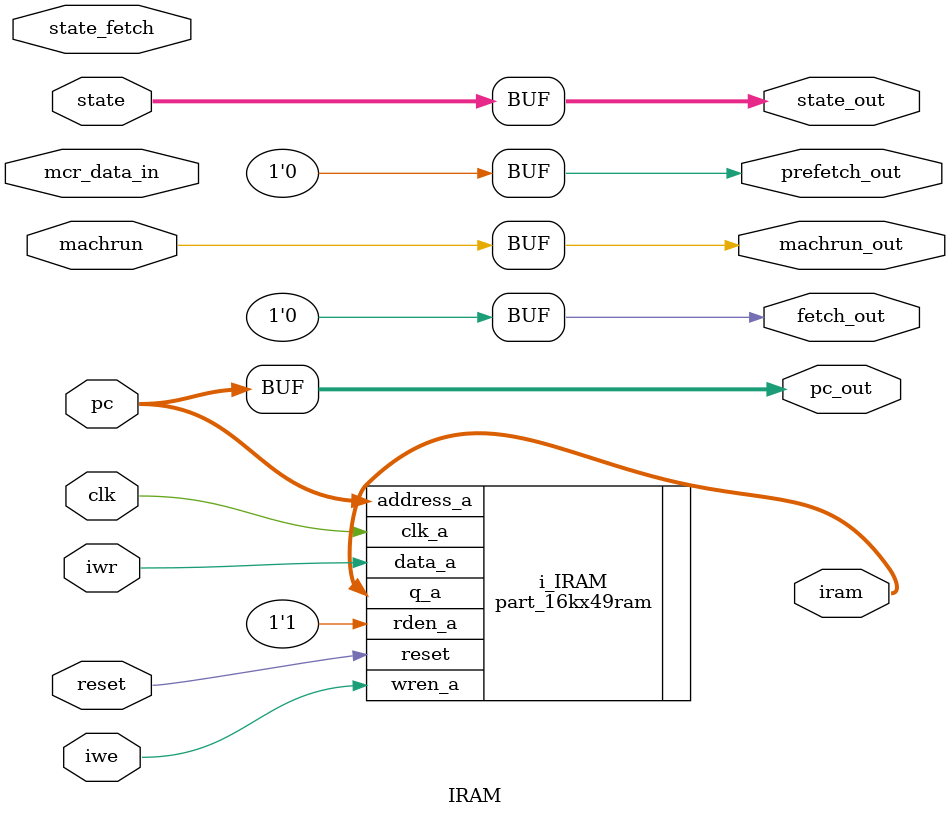
<source format=v>
module IRAM(clk, reset, pc, pc_out, state_out, iwr, iwe, iram, fetch_out, prefetch_out, machrun_out, mcr_data_in, state_fetch, machrun, state);

   input clk;
   input reset;

   input [13:0] pc;
   input [5:0]	state;
   input	iwe;
   input	iwr;
   input	machrun;
   input	mcr_data_in;
   input	state_fetch;
   output [13:0] pc_out;
   output [48:0] iram;
   output [5:0]  state_out;
   output	 fetch_out;
   output	 machrun_out;
   output	 prefetch_out;

   ////////////////////////////////////////////////////////////////////////////////

`define use_ucode_ram
`ifdef use_ucode_ram
   part_16kx49ram i_IRAM(
			 .clk_a(clk),
			 .reset(reset),
			 .address_a(pc),
			 .q_a(iram),
			 .data_a(iwr),
			 .wren_a(iwe),
			 .rden_a(1'b1/*ice*/)
			 );

   assign fetch_out = 0;
   assign prefetch_out = 0;
`else
   // use top level ram controller
   assign mcr_addr = pc;
   assign iram = mcr_data_in;
   assign mcr_data_out = iwr;
   assign mcr_write = iwe;

   // for externals
   assign fetch_out = state_fetch && promdisabled;
   assign prefetch_out = ((need_mmu_state ? state_mmu : state_write) || state_prefetch) &&
			 promdisabled;
`endif

   assign pc_out = pc;
   assign state_out = state;
   assign machrun_out = machrun;

endmodule

</source>
